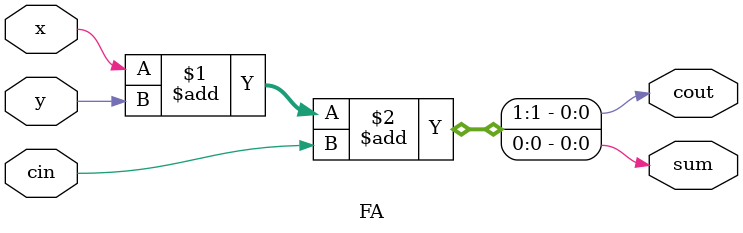
<source format=v>
module top_module (
    input [3:0] x,
    input [3:0] y, 
    output [4:0] sum);
    wire [4:0] carry;
    assign carry[0]=1'b0;
    genvar i;
    generate
        for(i=0;i<4;i++) begin: adder
            FA add(.x(x[i]),.y(y[i]),.cin(carry[i]),.cout(carry[i+1]),.sum(sum[i]));
        end
    endgenerate
    assign sum[4]=carry[4];
endmodule
module FA(input x,input y,input cin,output cout,output sum);
    assign {cout,sum}=x+y+cin;
endmodule

</source>
